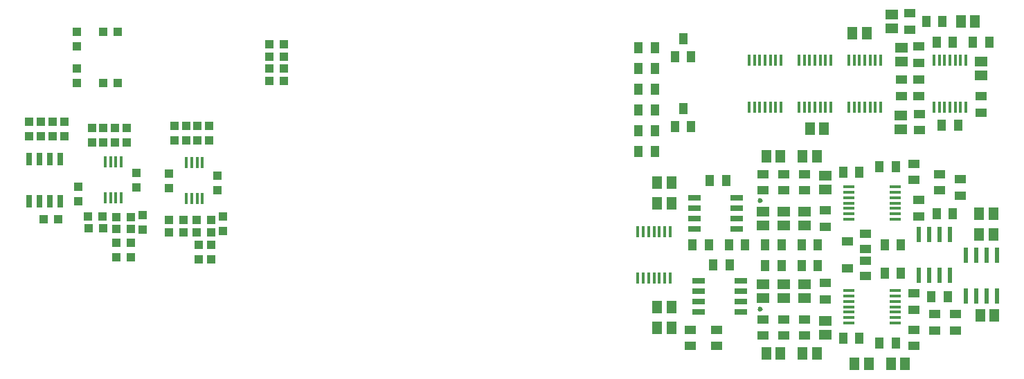
<source format=gtp>
G04*
G04 #@! TF.GenerationSoftware,Altium Limited,Altium Designer,20.0.13 (296)*
G04*
G04 Layer_Color=8421504*
%FSLAX24Y24*%
%MOIN*%
G70*
G01*
G75*
G04:AMPARAMS|DCode=18|XSize=23.6mil|YSize=23.6mil|CornerRadius=11.8mil|HoleSize=0mil|Usage=FLASHONLY|Rotation=0.000|XOffset=0mil|YOffset=0mil|HoleType=Round|Shape=RoundedRectangle|*
%AMROUNDEDRECTD18*
21,1,0.0236,0.0000,0,0,0.0*
21,1,0.0000,0.0236,0,0,0.0*
1,1,0.0236,0.0000,0.0000*
1,1,0.0236,0.0000,0.0000*
1,1,0.0236,0.0000,0.0000*
1,1,0.0236,0.0000,0.0000*
%
%ADD18ROUNDEDRECTD18*%
%ADD19R,0.0512X0.0591*%
%ADD20R,0.0140X0.0560*%
%ADD21R,0.0560X0.0140*%
%ADD22R,0.0220X0.0780*%
%ADD23R,0.0551X0.0433*%
%ADD24R,0.0433X0.0551*%
%ADD25R,0.0551X0.0394*%
%ADD26R,0.0394X0.0551*%
%ADD27R,0.0591X0.0512*%
%ADD28R,0.0630X0.0250*%
%ADD29R,0.0420X0.0420*%
%ADD30R,0.0420X0.0420*%
%ADD31R,0.0157X0.0571*%
%ADD32R,0.0250X0.0630*%
D18*
X36775Y4873D02*
D03*
Y10123D02*
D03*
D19*
X41985Y2248D02*
D03*
X41315D02*
D03*
X43065D02*
D03*
X43735D02*
D03*
X47315Y8498D02*
D03*
X47985D02*
D03*
X47315Y9498D02*
D03*
X47985D02*
D03*
X31815Y4998D02*
D03*
X32485D02*
D03*
X31815Y3998D02*
D03*
X32485D02*
D03*
X46440Y18748D02*
D03*
X47110D02*
D03*
X39485Y12248D02*
D03*
X38815D02*
D03*
X39485Y2748D02*
D03*
X38815D02*
D03*
X37065Y12248D02*
D03*
X37735D02*
D03*
X37065Y2748D02*
D03*
X37735D02*
D03*
X48035Y4598D02*
D03*
X47365D02*
D03*
X41215Y18198D02*
D03*
X41885D02*
D03*
X39165Y13598D02*
D03*
X39835D02*
D03*
X31815Y10998D02*
D03*
X32485D02*
D03*
X31815Y9998D02*
D03*
X32485D02*
D03*
D20*
X42570Y16868D02*
D03*
X42310D02*
D03*
X42060D02*
D03*
X41800D02*
D03*
X41540D02*
D03*
X41290D02*
D03*
X41030D02*
D03*
Y14628D02*
D03*
X41290D02*
D03*
X41540D02*
D03*
X41800D02*
D03*
X42060D02*
D03*
X42310D02*
D03*
X42570D02*
D03*
X32420Y8618D02*
D03*
X32160D02*
D03*
X31910D02*
D03*
X31650D02*
D03*
X31390D02*
D03*
X31140D02*
D03*
X30880D02*
D03*
Y6378D02*
D03*
X31140D02*
D03*
X31390D02*
D03*
X31650D02*
D03*
X31910D02*
D03*
X32160D02*
D03*
X32420D02*
D03*
X45130Y14628D02*
D03*
X45390D02*
D03*
X45640D02*
D03*
X45900D02*
D03*
X46160D02*
D03*
X46410D02*
D03*
X46670D02*
D03*
Y16868D02*
D03*
X46410D02*
D03*
X46160D02*
D03*
X45900D02*
D03*
X45640D02*
D03*
X45390D02*
D03*
X45130D02*
D03*
X38630Y14628D02*
D03*
X38890D02*
D03*
X39140D02*
D03*
X39400D02*
D03*
X39660D02*
D03*
X39910D02*
D03*
X40170D02*
D03*
Y16868D02*
D03*
X39910D02*
D03*
X39660D02*
D03*
X39400D02*
D03*
X39140D02*
D03*
X38890D02*
D03*
X38630D02*
D03*
X37770D02*
D03*
X37510D02*
D03*
X37260D02*
D03*
X37000D02*
D03*
X36740D02*
D03*
X36490D02*
D03*
X36230D02*
D03*
Y14628D02*
D03*
X36490D02*
D03*
X36740D02*
D03*
X37000D02*
D03*
X37260D02*
D03*
X37510D02*
D03*
X37770D02*
D03*
D21*
X41030Y5768D02*
D03*
Y5508D02*
D03*
Y5258D02*
D03*
Y4998D02*
D03*
Y4738D02*
D03*
Y4488D02*
D03*
Y4228D02*
D03*
X43270D02*
D03*
Y4488D02*
D03*
Y4738D02*
D03*
Y4998D02*
D03*
Y5258D02*
D03*
Y5508D02*
D03*
Y5768D02*
D03*
Y9228D02*
D03*
Y9488D02*
D03*
Y9738D02*
D03*
Y9998D02*
D03*
Y10258D02*
D03*
Y10508D02*
D03*
Y10768D02*
D03*
X41030D02*
D03*
Y10508D02*
D03*
Y10258D02*
D03*
Y9998D02*
D03*
Y9738D02*
D03*
Y9488D02*
D03*
Y9228D02*
D03*
D22*
X48150Y5528D02*
D03*
X47650D02*
D03*
X47150D02*
D03*
X46650D02*
D03*
Y7468D02*
D03*
X47150D02*
D03*
X47650D02*
D03*
X48150D02*
D03*
X45900Y6528D02*
D03*
X45400D02*
D03*
X44900D02*
D03*
X44400D02*
D03*
Y8468D02*
D03*
X44900D02*
D03*
X45400D02*
D03*
X45900D02*
D03*
D23*
X44150Y3104D02*
D03*
Y3892D02*
D03*
Y4854D02*
D03*
Y5642D02*
D03*
X46400Y11142D02*
D03*
Y10354D02*
D03*
X46150Y3854D02*
D03*
Y4642D02*
D03*
X45400Y11392D02*
D03*
Y10604D02*
D03*
X45150Y3854D02*
D03*
Y4642D02*
D03*
X43950Y19147D02*
D03*
Y18359D02*
D03*
X38900Y11392D02*
D03*
Y10604D02*
D03*
X37900D02*
D03*
Y11392D02*
D03*
Y4392D02*
D03*
Y3604D02*
D03*
X36900Y11392D02*
D03*
Y10604D02*
D03*
Y3604D02*
D03*
Y4392D02*
D03*
X44150Y11892D02*
D03*
Y11104D02*
D03*
X44400Y10142D02*
D03*
Y9354D02*
D03*
X38900Y3604D02*
D03*
Y4392D02*
D03*
X39900Y8854D02*
D03*
Y9642D02*
D03*
Y6142D02*
D03*
Y5354D02*
D03*
X44415Y15942D02*
D03*
Y15154D02*
D03*
Y16754D02*
D03*
Y17542D02*
D03*
X44420Y14292D02*
D03*
Y13504D02*
D03*
X33404Y3108D02*
D03*
Y3896D02*
D03*
X34650Y3892D02*
D03*
Y3104D02*
D03*
X47400Y14354D02*
D03*
Y15142D02*
D03*
X43550Y15154D02*
D03*
Y15942D02*
D03*
D24*
X43294Y3248D02*
D03*
X42506D02*
D03*
X31694Y13498D02*
D03*
X30906D02*
D03*
X43544Y6623D02*
D03*
X42756D02*
D03*
X45256Y9498D02*
D03*
X46044D02*
D03*
X45006Y5498D02*
D03*
X45794D02*
D03*
X46044Y17748D02*
D03*
X45256D02*
D03*
X47794D02*
D03*
X47006D02*
D03*
X31694Y16498D02*
D03*
X30906D02*
D03*
X41544Y3498D02*
D03*
X40756D02*
D03*
X44756Y18748D02*
D03*
X45544D02*
D03*
X31694Y12498D02*
D03*
X30906D02*
D03*
X43294Y11748D02*
D03*
X42506D02*
D03*
X43544Y7998D02*
D03*
X42756D02*
D03*
X41544Y11498D02*
D03*
X40756D02*
D03*
X31694Y14498D02*
D03*
X30906D02*
D03*
X39544Y7998D02*
D03*
X38756D02*
D03*
X39544Y6998D02*
D03*
X38756D02*
D03*
X37006Y7998D02*
D03*
X37794D02*
D03*
X37006Y6998D02*
D03*
X37794D02*
D03*
X45506Y13748D02*
D03*
X46294D02*
D03*
X35136Y11100D02*
D03*
X34349D02*
D03*
X35294Y7006D02*
D03*
X34506D02*
D03*
X31694Y15498D02*
D03*
X30906D02*
D03*
X36044Y7998D02*
D03*
X35256D02*
D03*
X34294D02*
D03*
X33506D02*
D03*
X31694Y17498D02*
D03*
X30906D02*
D03*
D25*
X41833Y6474D02*
D03*
Y7222D02*
D03*
X40967Y6848D02*
D03*
X41833Y7774D02*
D03*
Y8522D02*
D03*
X40967Y8148D02*
D03*
D26*
X32676Y13690D02*
D03*
X33424D02*
D03*
X33050Y14556D02*
D03*
X32676Y17065D02*
D03*
X33424D02*
D03*
X33050Y17931D02*
D03*
D27*
X43550Y16813D02*
D03*
Y17483D02*
D03*
X43545Y14233D02*
D03*
Y13563D02*
D03*
X39900Y10663D02*
D03*
Y11333D02*
D03*
Y4333D02*
D03*
Y3663D02*
D03*
X43110Y18413D02*
D03*
Y19083D02*
D03*
X38900Y9583D02*
D03*
Y8913D02*
D03*
Y5413D02*
D03*
Y6083D02*
D03*
X37900Y8913D02*
D03*
Y9583D02*
D03*
Y6083D02*
D03*
Y5413D02*
D03*
X36900Y9583D02*
D03*
Y8913D02*
D03*
Y5413D02*
D03*
Y6083D02*
D03*
X47400Y16163D02*
D03*
Y16833D02*
D03*
D28*
X33798Y6262D02*
D03*
Y5762D02*
D03*
Y5262D02*
D03*
Y4762D02*
D03*
X35848Y6262D02*
D03*
Y5762D02*
D03*
Y5262D02*
D03*
Y4762D02*
D03*
X33598Y10250D02*
D03*
Y9750D02*
D03*
Y9250D02*
D03*
Y8750D02*
D03*
X35648Y10250D02*
D03*
Y9750D02*
D03*
Y9250D02*
D03*
Y8750D02*
D03*
D29*
X9138Y13705D02*
D03*
Y13005D02*
D03*
X8567D02*
D03*
Y13705D02*
D03*
X10905Y9336D02*
D03*
Y8636D02*
D03*
X9650Y13705D02*
D03*
Y13005D02*
D03*
X10221D02*
D03*
Y13705D02*
D03*
X4587Y13616D02*
D03*
Y12916D02*
D03*
X5147D02*
D03*
Y13616D02*
D03*
X7044Y9420D02*
D03*
Y8720D02*
D03*
X3277Y13905D02*
D03*
Y13205D02*
D03*
X2701D02*
D03*
Y13905D02*
D03*
X2126D02*
D03*
Y13205D02*
D03*
X1550D02*
D03*
Y13905D02*
D03*
X6267Y13616D02*
D03*
Y12916D02*
D03*
X5707D02*
D03*
Y13616D02*
D03*
X3880Y17540D02*
D03*
Y18240D02*
D03*
Y16475D02*
D03*
Y15775D02*
D03*
X10325Y7996D02*
D03*
Y7296D02*
D03*
X9731Y7996D02*
D03*
Y7296D02*
D03*
X10630Y11320D02*
D03*
Y10620D02*
D03*
X6470Y8095D02*
D03*
Y7395D02*
D03*
X5750Y8095D02*
D03*
Y7395D02*
D03*
X6736Y11439D02*
D03*
Y10739D02*
D03*
X3930Y10770D02*
D03*
Y10070D02*
D03*
X8312Y11420D02*
D03*
Y10720D02*
D03*
D30*
Y8596D02*
D03*
X9012D02*
D03*
X4417Y8775D02*
D03*
X5117D02*
D03*
X9625Y9196D02*
D03*
X10325D02*
D03*
X9625Y8596D02*
D03*
X10325D02*
D03*
X8312Y9196D02*
D03*
X9012D02*
D03*
X5757Y9322D02*
D03*
X6457D02*
D03*
X5750Y8735D02*
D03*
X6450D02*
D03*
X4410Y9336D02*
D03*
X5110D02*
D03*
X5847Y18250D02*
D03*
X5147D02*
D03*
X5847Y15775D02*
D03*
X5147D02*
D03*
X13146Y17643D02*
D03*
X13846D02*
D03*
X13146Y16475D02*
D03*
X13846D02*
D03*
X13146Y17059D02*
D03*
X13846D02*
D03*
X13146Y15891D02*
D03*
X13846D02*
D03*
X2951Y9220D02*
D03*
X2251D02*
D03*
D31*
X9906Y11964D02*
D03*
X9650D02*
D03*
X9394D02*
D03*
X9138D02*
D03*
X9906Y10232D02*
D03*
X9650D02*
D03*
X9394D02*
D03*
X9138D02*
D03*
X5998Y11971D02*
D03*
X5742D02*
D03*
X5486D02*
D03*
X5230D02*
D03*
X5998Y10239D02*
D03*
X5742D02*
D03*
X5486D02*
D03*
X5230D02*
D03*
D32*
X1570Y10070D02*
D03*
X2070D02*
D03*
X2570D02*
D03*
X3070D02*
D03*
X1570Y12120D02*
D03*
X2070D02*
D03*
X2570D02*
D03*
X3070D02*
D03*
M02*

</source>
